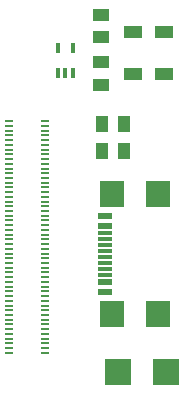
<source format=gtp>
%TF.GenerationSoftware,KiCad,Pcbnew,(5.99.0-11661-g1332208ab1)*%
%TF.CreationDate,2021-08-26T20:26:43-05:00*%
%TF.ProjectId,rpi-cm4-carrier-template,7270692d-636d-4342-9d63-617272696572,v01*%
%TF.SameCoordinates,Original*%
%TF.FileFunction,Paste,Top*%
%TF.FilePolarity,Positive*%
%FSLAX46Y46*%
G04 Gerber Fmt 4.6, Leading zero omitted, Abs format (unit mm)*
G04 Created by KiCad (PCBNEW (5.99.0-11661-g1332208ab1)) date 2021-08-26 20:26:43*
%MOMM*%
%LPD*%
G01*
G04 APERTURE LIST*
%ADD10R,2.209800X2.260600*%
%ADD11R,0.355600X0.833300*%
%ADD12R,1.380000X1.040000*%
%ADD13R,1.498600X0.990600*%
%ADD14R,1.040000X1.380000*%
%ADD15R,1.150000X0.600000*%
%ADD16R,1.150000X0.300000*%
%ADD17R,2.000000X2.180000*%
%ADD18R,0.700000X0.200000*%
G04 APERTURE END LIST*
D10*
%TO.C,CR1*%
X171455300Y-111500000D03*
X175544700Y-111500000D03*
%TD*%
D11*
%TO.C,U1*%
X166350001Y-86138949D03*
X167000000Y-86138949D03*
X167649999Y-86138949D03*
X167649999Y-84061051D03*
X166350001Y-84061051D03*
%TD*%
D12*
%TO.C,R2*%
X170000000Y-85260000D03*
X170000000Y-87140000D03*
%TD*%
D13*
%TO.C,LED1*%
X175300000Y-86254700D03*
X172700000Y-86254700D03*
%TD*%
D12*
%TO.C,R4*%
X170000000Y-81260000D03*
X170000000Y-83140000D03*
%TD*%
D14*
%TO.C,R3*%
X171940000Y-92750000D03*
X170060000Y-92750000D03*
%TD*%
D15*
%TO.C,J1*%
X170362500Y-104700000D03*
X170362500Y-103900000D03*
D16*
X170362500Y-102750000D03*
X170362500Y-101750000D03*
X170362500Y-101250000D03*
X170362500Y-100250000D03*
D15*
X170362500Y-98300000D03*
X170362500Y-99100000D03*
D16*
X170362500Y-99750000D03*
X170362500Y-100750000D03*
X170362500Y-102250000D03*
X170362500Y-103250000D03*
D17*
X170937500Y-106610000D03*
X170937500Y-96390000D03*
X174867500Y-106610000D03*
X174867500Y-96390000D03*
%TD*%
D14*
%TO.C,R1*%
X171940000Y-90500000D03*
X170060000Y-90500000D03*
%TD*%
D13*
%TO.C,LED2*%
X175300000Y-82721500D03*
X172700000Y-82721500D03*
%TD*%
D18*
%TO.C,Module1*%
X165256655Y-109852982D03*
X162176655Y-109852982D03*
X165256655Y-109452982D03*
X162176655Y-109452982D03*
X165256655Y-109052982D03*
X162176655Y-109052982D03*
X165256655Y-108652982D03*
X162176655Y-108652982D03*
X165256655Y-108252982D03*
X162176655Y-108252982D03*
X165256655Y-107852982D03*
X162176655Y-107852982D03*
X165256655Y-107452982D03*
X162176655Y-107452982D03*
X165256655Y-107052982D03*
X162176655Y-107052982D03*
X165256655Y-106652982D03*
X162176655Y-106652982D03*
X165256655Y-106252982D03*
X162176655Y-106252982D03*
X165256655Y-105852982D03*
X162176655Y-105852982D03*
X165256655Y-105452982D03*
X162176655Y-105452982D03*
X165256655Y-105052982D03*
X162176655Y-105052982D03*
X165256655Y-104652982D03*
X162176655Y-104652982D03*
X165256655Y-104252982D03*
X162176655Y-104252982D03*
X165256655Y-103852982D03*
X162176655Y-103852982D03*
X165256655Y-103452982D03*
X162176655Y-103452982D03*
X165256655Y-103052982D03*
X162176655Y-103052982D03*
X165256655Y-102652982D03*
X162176655Y-102652982D03*
X165256655Y-102252982D03*
X162176655Y-102252982D03*
X165256655Y-101852982D03*
X162176655Y-101852982D03*
X165256655Y-101452982D03*
X162176655Y-101452982D03*
X165256655Y-101052982D03*
X162176655Y-101052982D03*
X165256655Y-100652982D03*
X162176655Y-100652982D03*
X165256655Y-100252982D03*
X162176655Y-100252982D03*
X165256655Y-99852982D03*
X162176655Y-99852982D03*
X165256655Y-99452982D03*
X162176655Y-99452982D03*
X165256655Y-99052982D03*
X162176655Y-99052982D03*
X165256655Y-98652982D03*
X162176655Y-98652982D03*
X165256655Y-98252982D03*
X162176655Y-98252982D03*
X165256655Y-97852982D03*
X162176655Y-97852982D03*
X165256655Y-97452982D03*
X162176655Y-97452982D03*
X165256655Y-97052982D03*
X162176655Y-97052982D03*
X165256655Y-96652982D03*
X162176655Y-96652982D03*
X165256655Y-96252982D03*
X162176655Y-96252982D03*
X165256655Y-95852982D03*
X162176655Y-95852982D03*
X165256655Y-95452982D03*
X162176655Y-95452982D03*
X165256655Y-95052982D03*
X162176655Y-95052982D03*
X165256655Y-94652982D03*
X162176655Y-94652982D03*
X165256655Y-94252982D03*
X162176655Y-94252982D03*
X165256655Y-93852982D03*
X162176655Y-93852982D03*
X165256655Y-93452982D03*
X162176655Y-93452982D03*
X165256655Y-93052982D03*
X162176655Y-93052982D03*
X165256655Y-92652982D03*
X162176655Y-92652982D03*
X165256655Y-92252982D03*
X162176655Y-92252982D03*
X165256655Y-91852982D03*
X162176655Y-91852982D03*
X165256655Y-91452982D03*
X162176655Y-91452982D03*
X165256655Y-91052982D03*
X162176655Y-91052982D03*
X165256655Y-90652982D03*
X162176655Y-90652982D03*
X165256655Y-90252982D03*
X162176655Y-90252982D03*
%TD*%
M02*

</source>
